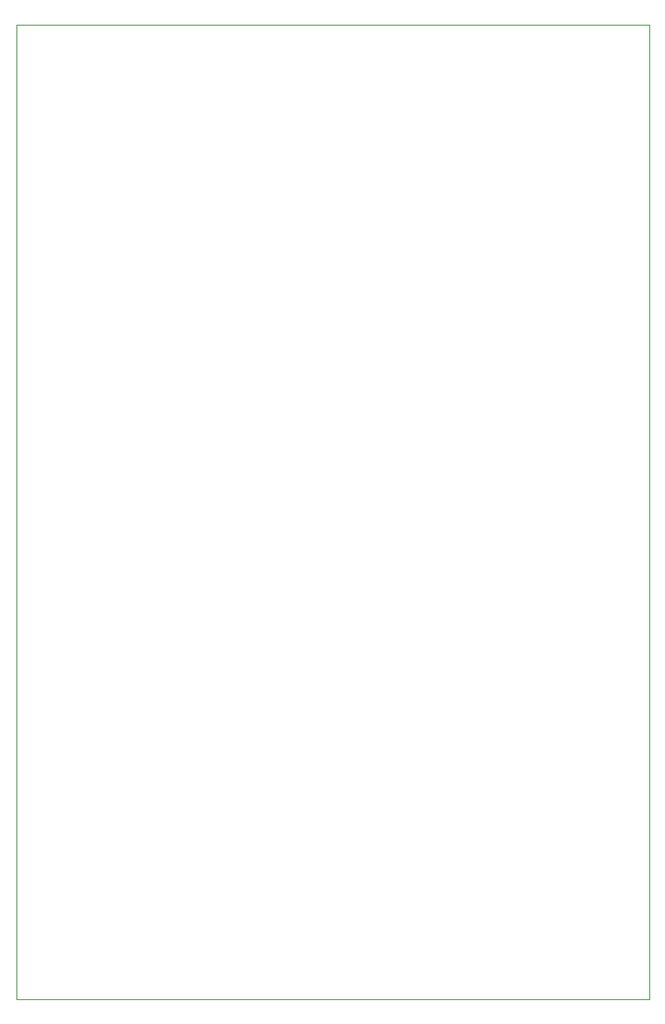
<source format=gko>
G04 #@! TF.FileFunction,Profile,NP*
%FSLAX46Y46*%
G04 Gerber Fmt 4.6, Leading zero omitted, Abs format (unit mm)*
G04 Created by KiCad (PCBNEW (2015-05-12 BZR 5652)-product) date Ср 27 май 2015 12:57:51*
%MOMM*%
G01*
G04 APERTURE LIST*
%ADD10C,0.100000*%
G04 APERTURE END LIST*
D10*
X0Y0D02*
X65000000Y0D01*
X65000000Y100000000D02*
X0Y100000000D01*
X0Y100000000D02*
X0Y0D01*
X65000000Y0D02*
X65000000Y100000000D01*
M02*

</source>
